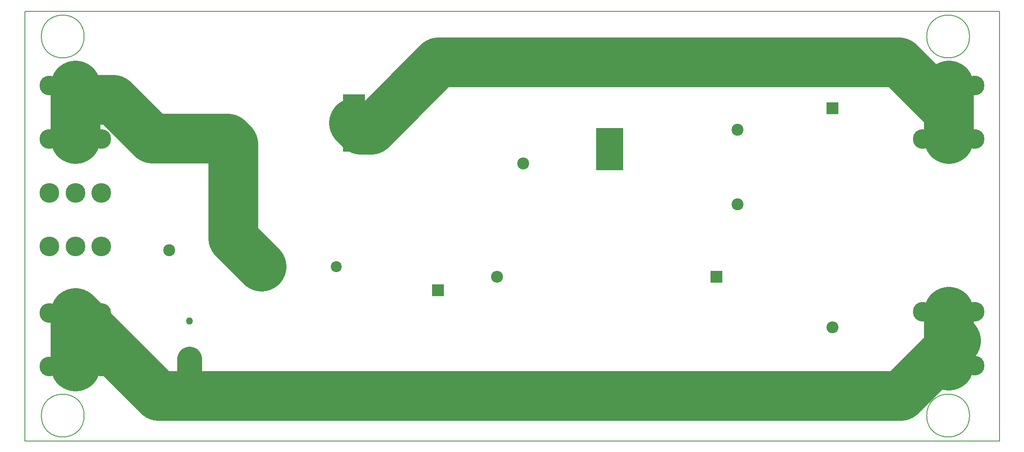
<source format=gbr>
%TF.GenerationSoftware,KiCad,Pcbnew,7.0.7*%
%TF.CreationDate,2023-09-25T16:49:46+02:00*%
%TF.ProjectId,GradientAmplifierFilter_V1,47726164-6965-46e7-9441-6d706c696669,rev?*%
%TF.SameCoordinates,Original*%
%TF.FileFunction,Copper,L4,Bot*%
%TF.FilePolarity,Positive*%
%FSLAX46Y46*%
G04 Gerber Fmt 4.6, Leading zero omitted, Abs format (unit mm)*
G04 Created by KiCad (PCBNEW 7.0.7) date 2023-09-25 16:49:46*
%MOMM*%
%LPD*%
G01*
G04 APERTURE LIST*
%TA.AperFunction,ComponentPad*%
%ADD10R,5.500000X8.500000*%
%TD*%
%TA.AperFunction,ComponentPad*%
%ADD11R,4.500000X11.500000*%
%TD*%
%TA.AperFunction,ComponentPad*%
%ADD12C,3.960000*%
%TD*%
%TA.AperFunction,ComponentPad*%
%ADD13C,2.200000*%
%TD*%
%TA.AperFunction,ComponentPad*%
%ADD14R,2.400000X2.400000*%
%TD*%
%TA.AperFunction,ComponentPad*%
%ADD15O,2.400000X2.400000*%
%TD*%
%TA.AperFunction,ComponentPad*%
%ADD16C,2.400000*%
%TD*%
%TA.AperFunction,ComponentPad*%
%ADD17O,1.400000X1.400000*%
%TD*%
%TA.AperFunction,ComponentPad*%
%ADD18C,1.400000*%
%TD*%
%TA.AperFunction,Conductor*%
%ADD19C,10.000000*%
%TD*%
%TA.AperFunction,Conductor*%
%ADD20C,5.000000*%
%TD*%
%TA.AperFunction,Conductor*%
%ADD21C,3.000000*%
%TD*%
%TA.AperFunction,Profile*%
%ADD22C,0.150000*%
%TD*%
G04 APERTURE END LIST*
D10*
%TO.P,L1,1*%
%TO.N,Net-(C2-Pad1)*%
X102350000Y-51400000D03*
%TO.P,L1,2*%
%TO.N,GradientOut+*%
X112550000Y-34250000D03*
%TD*%
D11*
%TO.P,U2,1,1*%
%TO.N,GradientIn+*%
X26900000Y-57800000D03*
%TO.P,U2,2,2*%
%TO.N,GradientOut+*%
X51100000Y-46200000D03*
%TD*%
D12*
%TO.P,J4,1,1*%
%TO.N,GradientIn-*%
X165220000Y-94890000D03*
%TO.P,J4,2,2*%
X165220000Y-84090000D03*
%TO.P,J4,3,3*%
X170430000Y-94890000D03*
%TO.P,J4,4,4*%
X170430000Y-84090000D03*
%TO.P,J4,5,5*%
X175640000Y-94890000D03*
%TO.P,J4,6,6*%
X175640000Y-84090000D03*
%TD*%
D13*
%TO.P,C1,1*%
%TO.N,GradientIn+*%
X32500000Y-75000000D03*
%TO.P,C1,2*%
%TO.N,Net-(C1-Pad2)*%
X47500000Y-75000000D03*
%TD*%
D12*
%TO.P,J1,1,1*%
%TO.N,GradientIn+*%
X380000Y-38610000D03*
%TO.P,J1,2,2*%
X380000Y-49410000D03*
%TO.P,J1,3,3*%
X-4830000Y-38610000D03*
%TO.P,J1,4,4*%
X-4830000Y-49410000D03*
%TO.P,J1,5,5*%
X-10040000Y-38610000D03*
%TO.P,J1,6,6*%
X-10040000Y-49410000D03*
%TD*%
D14*
%TO.P,R3,1*%
%TO.N,Net-(C2-Pad2)*%
X147050000Y-43200000D03*
D15*
%TO.P,R3,2*%
%TO.N,Earth*%
X147050000Y-87200000D03*
%TD*%
D14*
%TO.P,R1,1*%
%TO.N,Net-(C1-Pad2)*%
X67950000Y-79800000D03*
D15*
%TO.P,R1,2*%
%TO.N,GradientOut+*%
X67950000Y-35800000D03*
%TD*%
D12*
%TO.P,J3,1,1*%
%TO.N,Earth*%
X-10040000Y-71000000D03*
%TO.P,J3,2,2*%
X-10040000Y-60200000D03*
%TO.P,J3,3,3*%
X-4830000Y-71000000D03*
%TO.P,J3,4,4*%
X-4830000Y-60200000D03*
%TO.P,J3,5,5*%
X380000Y-71000000D03*
%TO.P,J3,6,6*%
X380000Y-60200000D03*
%TD*%
D14*
%TO.P,R2,1*%
%TO.N,Earth*%
X123800000Y-77050000D03*
D15*
%TO.P,R2,2*%
%TO.N,Net-(C4-Pad2)*%
X79800000Y-77050000D03*
%TD*%
D16*
%TO.P,C4,1*%
%TO.N,GradientOut+*%
X85000000Y-31750000D03*
%TO.P,C4,2*%
%TO.N,Net-(C4-Pad2)*%
X85000000Y-54250000D03*
%TD*%
%TO.P,C2,1*%
%TO.N,Net-(C2-Pad1)*%
X128000000Y-62500000D03*
%TO.P,C2,2*%
%TO.N,Net-(C2-Pad2)*%
X128000000Y-47500000D03*
%TD*%
D12*
%TO.P,J5,1,1*%
%TO.N,GradientOut+*%
X165220000Y-49410000D03*
%TO.P,J5,2,2*%
X165220000Y-38610000D03*
%TO.P,J5,3,3*%
X170430000Y-49410000D03*
%TO.P,J5,4,4*%
X170430000Y-38610000D03*
%TO.P,J5,5,5*%
X175640000Y-49410000D03*
%TO.P,J5,6,6*%
X175640000Y-38610000D03*
%TD*%
D16*
%TO.P,C3,1*%
%TO.N,GradientIn+*%
X14000000Y-49270000D03*
%TO.P,C3,2*%
%TO.N,Net-(C3-Pad2)*%
X14000000Y-71770000D03*
%TD*%
D17*
%TO.P,R4,2*%
%TO.N,Net-(C3-Pad2)*%
X18030000Y-85920000D03*
D18*
%TO.P,R4,1*%
%TO.N,GradientIn-*%
X18030000Y-93540000D03*
%TD*%
D12*
%TO.P,J2,1,1*%
%TO.N,GradientIn-*%
X380000Y-84330000D03*
%TO.P,J2,2,2*%
X380000Y-95130000D03*
%TO.P,J2,3,3*%
X-4830000Y-84330000D03*
%TO.P,J2,4,4*%
X-4830000Y-95130000D03*
%TO.P,J2,5,5*%
X-10040000Y-84330000D03*
%TO.P,J2,6,6*%
X-10040000Y-95130000D03*
%TD*%
D19*
%TO.N,GradientIn+*%
X26900000Y-69400000D02*
X32500000Y-75000000D01*
X26900000Y-50410000D02*
X26900000Y-69400000D01*
X10590000Y-49270000D02*
X25760000Y-49270000D01*
X2790000Y-41470000D02*
X10590000Y-49270000D01*
X-4830000Y-41470000D02*
X2790000Y-41470000D01*
X25760000Y-49270000D02*
X26900000Y-50410000D01*
%TO.N,GradientOut+*%
X54520000Y-47500000D02*
X68020000Y-34000000D01*
X68020000Y-34000000D02*
X160430000Y-34000000D01*
X160430000Y-34000000D02*
X170430000Y-44000000D01*
X52400000Y-47500000D02*
X54520000Y-47500000D01*
X51100000Y-46200000D02*
X52400000Y-47500000D01*
X170430000Y-44000000D02*
X170430000Y-49410000D01*
X170430000Y-38610000D02*
X170430000Y-44000000D01*
%TO.N,GradientIn-*%
X11840000Y-101000000D02*
X18000000Y-101000000D01*
X18000000Y-101000000D02*
X160796300Y-101000000D01*
X-4830000Y-84330000D02*
X-4830000Y-95130000D01*
X-4830000Y-84330000D02*
X11840000Y-101000000D01*
D20*
X18030000Y-93540000D02*
X18030000Y-100970000D01*
D21*
X18030000Y-100970000D02*
X18000000Y-101000000D01*
D19*
X169426300Y-92370000D02*
X171900000Y-89896300D01*
X170430000Y-84090000D02*
X170430000Y-94890000D01*
X160796300Y-101000000D02*
X169426300Y-92370000D01*
%TO.N,GradientIn+*%
X-4830000Y-38610000D02*
X-4830000Y-41470000D01*
X-4830000Y-41470000D02*
X-4830000Y-49410000D01*
%TD*%
D22*
X-14990000Y-23690000D02*
X180590000Y-23690000D01*
X180590000Y-110050000D01*
X-14990000Y-110050000D01*
X-14990000Y-23690000D01*
X-3070000Y-28770000D02*
G75*
G03*
X-3070000Y-28770000I-4300000J0D01*
G01*
X174600000Y-104970000D02*
G75*
G03*
X174600000Y-104970000I-4300000J0D01*
G01*
X174600000Y-28770000D02*
G75*
G03*
X174600000Y-28770000I-4300000J0D01*
G01*
X-3070000Y-104970000D02*
G75*
G03*
X-3070000Y-104970000I-4300000J0D01*
G01*
M02*

</source>
